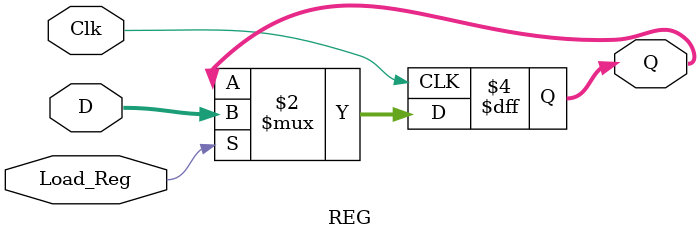
<source format=v>
`timescale 1ns / 1ps


module REG #(parameter Data_Width = 32)(
    input [Data_Width - 1:0] D,
    input Clk, Load_Reg,
    output reg [Data_Width - 1:0] Q
);

    always @ (posedge Clk)
        begin
           if (Load_Reg)
                Q <= D; 
        end
endmodule

</source>
